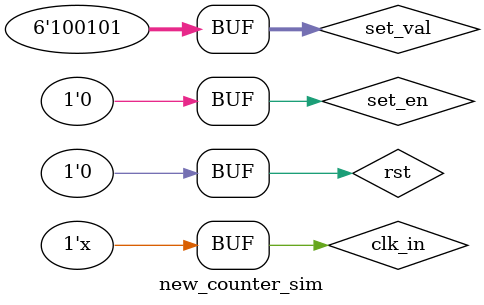
<source format=v>
`timescale 1ns / 1ps

//Òì²½¸´Î»,Òì²½ÖÃÎ»µÄ6Î»(0~63)¼ÆÊýÆ÷,²ÎÊýÖ¸¶¨½øÎ»Êý(Ä¬ÈÏÎª24)
module new_counter(
input clk_in,
input rst,
input set_en,
input [5:0]set_val,
output reg clk_out,
output reg [5:0] cnt
    );
    parameter cout = 24;
   
    always@(posedge clk_in or posedge rst or posedge set_en) begin
        if(rst) begin
            cnt <= 5'd0;
            clk_out <= 0;
        end
        else if(set_en) begin
            cnt <= set_val;
        end
        else if(cnt >= cout-1) begin
            cnt<= 5'd0;
            clk_out <= 1;
        end
        else begin
            cnt <= cnt+1;
            clk_out <= 0;
            end
    end
endmodule









module decoder_sim();
reg [3:0]bin_in;
wire [3:0]dec_out;
decimal_decoder filter(bin_in,dec_out);
initial begin
    bin_in = 0;
    repeat(50) #5 bin_in = bin_in+1;
end
endmodule

module new_counter_sim(
    );
    reg clk_in;
    reg rst;
    reg set_en;
    reg [5:0]set_val;
    wire clk_out;
    wire [5:0]cnt;
    wire [7:0]dec_out;
    new_counter #(60) u(clk_in,rst,set_en,set_val,clk_out,cnt);
    decimal_encoder u2(cnt,dec_out);
    always #5 clk_in = ~clk_in;
    initial begin
        clk_in = 0;
        set_en = 0;
        rst = 0;
        set_val = 6'd37;
        #7 rst = 1;
        #5 rst = 0;
        #23 set_en = 1;
        #5 set_en = 0;  
    end
endmodule
</source>
